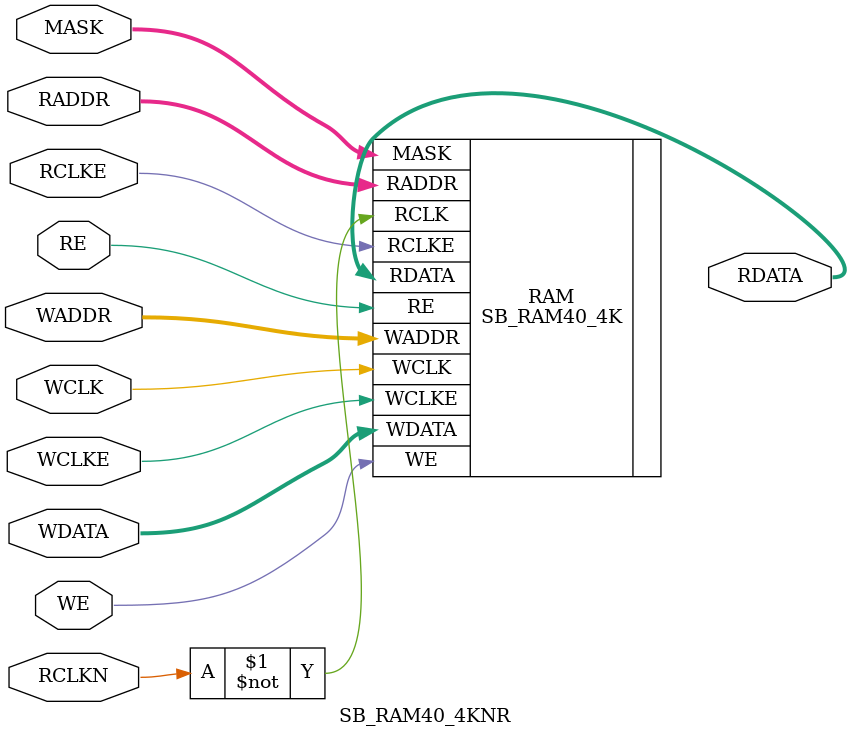
<source format=v>
module SB_RAM40_4KNR (
	output [15:0] RDATA,
	input         RCLKN, RCLKE, RE,
	input  [10:0] RADDR,
	input         WCLK, WCLKE, WE,
	input  [10:0] WADDR,
	input  [15:0] MASK, WDATA
);
	parameter WRITE_MODE = 0;
	parameter READ_MODE = 0;

	parameter INIT_0 = 256'h0000000000000000000000000000000000000000000000000000000000000000;
	parameter INIT_1 = 256'h0000000000000000000000000000000000000000000000000000000000000000;
	parameter INIT_2 = 256'h0000000000000000000000000000000000000000000000000000000000000000;
	parameter INIT_3 = 256'h0000000000000000000000000000000000000000000000000000000000000000;
	parameter INIT_4 = 256'h0000000000000000000000000000000000000000000000000000000000000000;
	parameter INIT_5 = 256'h0000000000000000000000000000000000000000000000000000000000000000;
	parameter INIT_6 = 256'h0000000000000000000000000000000000000000000000000000000000000000;
	parameter INIT_7 = 256'h0000000000000000000000000000000000000000000000000000000000000000;
	parameter INIT_8 = 256'h0000000000000000000000000000000000000000000000000000000000000000;
	parameter INIT_9 = 256'h0000000000000000000000000000000000000000000000000000000000000000;
	parameter INIT_A = 256'h0000000000000000000000000000000000000000000000000000000000000000;
	parameter INIT_B = 256'h0000000000000000000000000000000000000000000000000000000000000000;
	parameter INIT_C = 256'h0000000000000000000000000000000000000000000000000000000000000000;
	parameter INIT_D = 256'h0000000000000000000000000000000000000000000000000000000000000000;
	parameter INIT_E = 256'h0000000000000000000000000000000000000000000000000000000000000000;
	parameter INIT_F = 256'h0000000000000000000000000000000000000000000000000000000000000000;

	SB_RAM40_4K #(
		.WRITE_MODE(WRITE_MODE),
		.READ_MODE (READ_MODE ),
		.INIT_0    (INIT_0    ),
		.INIT_1    (INIT_1    ),
		.INIT_2    (INIT_2    ),
		.INIT_3    (INIT_3    ),
		.INIT_4    (INIT_4    ),
		.INIT_5    (INIT_5    ),
		.INIT_6    (INIT_6    ),
		.INIT_7    (INIT_7    ),
		.INIT_8    (INIT_8    ),
		.INIT_9    (INIT_9    ),
		.INIT_A    (INIT_A    ),
		.INIT_B    (INIT_B    ),
		.INIT_C    (INIT_C    ),
		.INIT_D    (INIT_D    ),
		.INIT_E    (INIT_E    ),
		.INIT_F    (INIT_F    )
	) RAM (
		.RDATA(RDATA),
		.RCLK (~RCLKN),
		.RCLKE(RCLKE),
		.RE   (RE   ),
		.RADDR(RADDR),
		.WCLK (WCLK ),
		.WCLKE(WCLKE),
		.WE   (WE   ),
		.WADDR(WADDR),
		.MASK (MASK ),
		.WDATA(WDATA)
	);
endmodule

</source>
